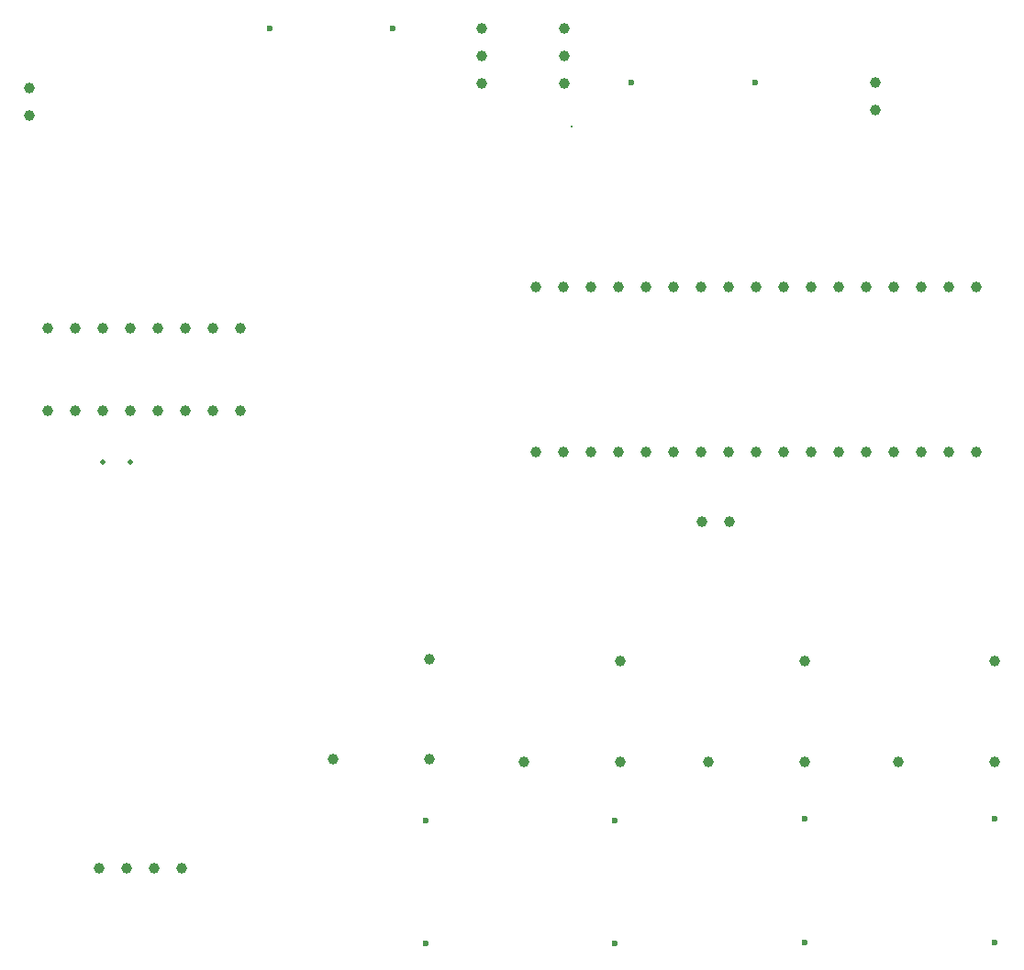
<source format=gbr>
%TF.GenerationSoftware,Altium Limited,Altium Designer,21.8.1 (53)*%
G04 Layer_Color=0*
%FSLAX26Y26*%
%MOIN*%
%TF.SameCoordinates,5B9076D9-9D05-4804-A52A-FD960459403A*%
%TF.FilePolarity,Positive*%
%TF.FileFunction,Plated,1,2,PTH,Drill*%
%TF.Part,Single*%
G01*
G75*
%TA.AperFunction,ComponentDrill*%
%ADD30C,0.039370*%
%ADD31C,0.039370*%
%ADD32C,0.023622*%
%ADD33C,0.019685*%
%ADD34C,0.023622*%
%TA.AperFunction,ViaDrill,NotFilled*%
%ADD35C,0.011811*%
D30*
X3070866Y838583D02*
D03*
Y1204724D02*
D03*
X2720472Y838583D02*
D03*
X3409449D02*
D03*
X3759843Y1204724D02*
D03*
Y838583D02*
D03*
X2051181D02*
D03*
X2401575Y1204724D02*
D03*
Y838583D02*
D03*
X1358268Y846457D02*
D03*
X1708661Y1212599D02*
D03*
Y846457D02*
D03*
X255905Y3188976D02*
D03*
Y3288976D02*
D03*
X1897244Y3505512D02*
D03*
Y3405512D02*
D03*
Y3305512D02*
D03*
X2197244Y3505512D02*
D03*
Y3405512D02*
D03*
Y3305512D02*
D03*
X3326772Y3307087D02*
D03*
Y3207087D02*
D03*
D31*
X2796850Y1712598D02*
D03*
X2696850D02*
D03*
X808661Y452756D02*
D03*
X708661D02*
D03*
X608661D02*
D03*
X508661D02*
D03*
X1019291Y2413780D02*
D03*
X919291D02*
D03*
X819291D02*
D03*
X719291D02*
D03*
X619291D02*
D03*
X519291D02*
D03*
X419291D02*
D03*
X319291D02*
D03*
X1019291Y2113780D02*
D03*
X919291D02*
D03*
X819291D02*
D03*
X719291D02*
D03*
X619291D02*
D03*
X519291D02*
D03*
X419291D02*
D03*
X319291D02*
D03*
X2093701Y1963780D02*
D03*
X2193701D02*
D03*
X2293701D02*
D03*
X2393701D02*
D03*
X2493701D02*
D03*
X2593701D02*
D03*
X2693701D02*
D03*
X2793701D02*
D03*
X2893701D02*
D03*
X2993701D02*
D03*
X3093701D02*
D03*
X3193701D02*
D03*
X3293701D02*
D03*
X3393701D02*
D03*
X3493701D02*
D03*
X3593701D02*
D03*
X3693701D02*
D03*
X2093701Y2563780D02*
D03*
X2193701D02*
D03*
X2293701D02*
D03*
X2393701D02*
D03*
X2493701D02*
D03*
X2593701D02*
D03*
X2693701D02*
D03*
X2793701D02*
D03*
X2893701D02*
D03*
X2993701D02*
D03*
X3093701D02*
D03*
X3193701D02*
D03*
X3293701D02*
D03*
X3393701D02*
D03*
X3493701D02*
D03*
X3593701D02*
D03*
X3693701D02*
D03*
D32*
X3759843Y181102D02*
D03*
Y629921D02*
D03*
X3070866Y181102D02*
D03*
Y629921D02*
D03*
X2381890Y177165D02*
D03*
Y625984D02*
D03*
X1692914Y177165D02*
D03*
Y625984D02*
D03*
D33*
X520866Y1929134D02*
D03*
X620866D02*
D03*
D34*
X1574803Y3503937D02*
D03*
X1125984D02*
D03*
X2889764Y3307087D02*
D03*
X2440945D02*
D03*
D35*
X2224409Y3149606D02*
D03*
%TF.MD5,e7bb3a67e60eb34c8748caca7d823b40*%
M02*

</source>
